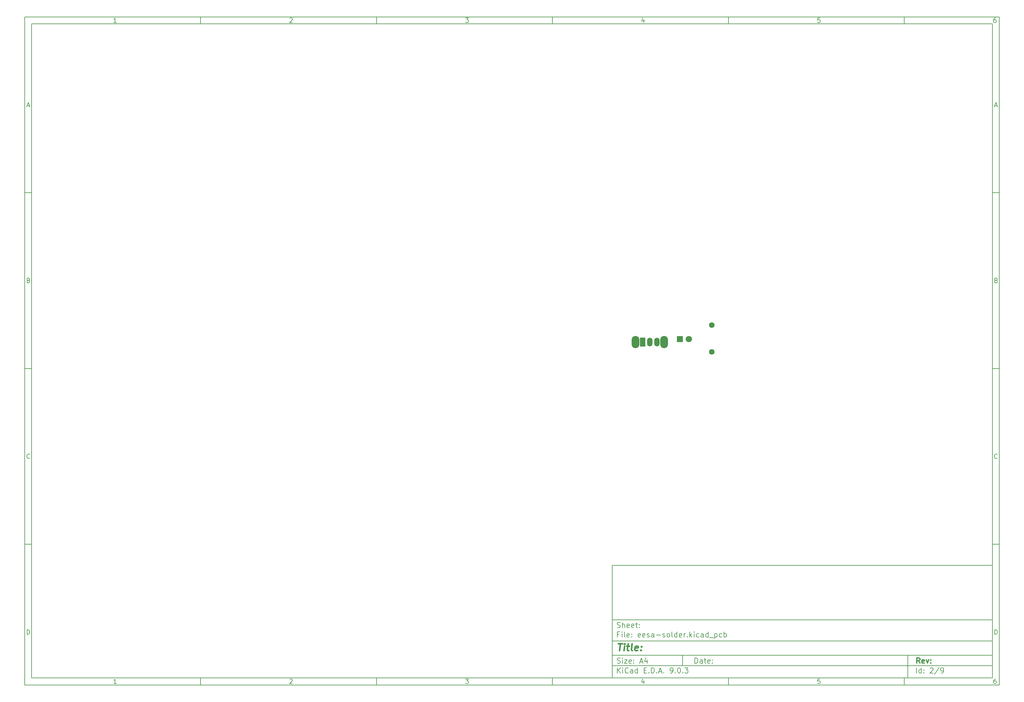
<source format=gbr>
%TF.GenerationSoftware,KiCad,Pcbnew,9.0.3*%
%TF.CreationDate,2025-07-28T16:08:29-05:00*%
%TF.ProjectId,eesa-solder,65657361-2d73-46f6-9c64-65722e6b6963,rev?*%
%TF.SameCoordinates,Original*%
%TF.FileFunction,Copper,L2,Bot*%
%TF.FilePolarity,Positive*%
%FSLAX46Y46*%
G04 Gerber Fmt 4.6, Leading zero omitted, Abs format (unit mm)*
G04 Created by KiCad (PCBNEW 9.0.3) date 2025-07-28 16:08:29*
%MOMM*%
%LPD*%
G01*
G04 APERTURE LIST*
%ADD10C,0.100000*%
%ADD11C,0.150000*%
%ADD12C,0.300000*%
%ADD13C,0.400000*%
%TA.AperFunction,ComponentPad*%
%ADD14C,1.600000*%
%TD*%
%TA.AperFunction,ComponentPad*%
%ADD15R,1.800000X1.800000*%
%TD*%
%TA.AperFunction,ComponentPad*%
%ADD16C,1.800000*%
%TD*%
%TA.AperFunction,ComponentPad*%
%ADD17O,2.200000X3.500000*%
%TD*%
%TA.AperFunction,ComponentPad*%
%ADD18R,1.500000X2.500000*%
%TD*%
%TA.AperFunction,ComponentPad*%
%ADD19O,1.500000X2.500000*%
%TD*%
G04 APERTURE END LIST*
D10*
D11*
X177002200Y-166007200D02*
X285002200Y-166007200D01*
X285002200Y-198007200D01*
X177002200Y-198007200D01*
X177002200Y-166007200D01*
D10*
D11*
X10000000Y-10000000D02*
X287002200Y-10000000D01*
X287002200Y-200007200D01*
X10000000Y-200007200D01*
X10000000Y-10000000D01*
D10*
D11*
X12000000Y-12000000D02*
X285002200Y-12000000D01*
X285002200Y-198007200D01*
X12000000Y-198007200D01*
X12000000Y-12000000D01*
D10*
D11*
X60000000Y-12000000D02*
X60000000Y-10000000D01*
D10*
D11*
X110000000Y-12000000D02*
X110000000Y-10000000D01*
D10*
D11*
X160000000Y-12000000D02*
X160000000Y-10000000D01*
D10*
D11*
X210000000Y-12000000D02*
X210000000Y-10000000D01*
D10*
D11*
X260000000Y-12000000D02*
X260000000Y-10000000D01*
D10*
D11*
X36089160Y-11593604D02*
X35346303Y-11593604D01*
X35717731Y-11593604D02*
X35717731Y-10293604D01*
X35717731Y-10293604D02*
X35593922Y-10479319D01*
X35593922Y-10479319D02*
X35470112Y-10603128D01*
X35470112Y-10603128D02*
X35346303Y-10665033D01*
D10*
D11*
X85346303Y-10417414D02*
X85408207Y-10355509D01*
X85408207Y-10355509D02*
X85532017Y-10293604D01*
X85532017Y-10293604D02*
X85841541Y-10293604D01*
X85841541Y-10293604D02*
X85965350Y-10355509D01*
X85965350Y-10355509D02*
X86027255Y-10417414D01*
X86027255Y-10417414D02*
X86089160Y-10541223D01*
X86089160Y-10541223D02*
X86089160Y-10665033D01*
X86089160Y-10665033D02*
X86027255Y-10850747D01*
X86027255Y-10850747D02*
X85284398Y-11593604D01*
X85284398Y-11593604D02*
X86089160Y-11593604D01*
D10*
D11*
X135284398Y-10293604D02*
X136089160Y-10293604D01*
X136089160Y-10293604D02*
X135655826Y-10788842D01*
X135655826Y-10788842D02*
X135841541Y-10788842D01*
X135841541Y-10788842D02*
X135965350Y-10850747D01*
X135965350Y-10850747D02*
X136027255Y-10912652D01*
X136027255Y-10912652D02*
X136089160Y-11036461D01*
X136089160Y-11036461D02*
X136089160Y-11345985D01*
X136089160Y-11345985D02*
X136027255Y-11469795D01*
X136027255Y-11469795D02*
X135965350Y-11531700D01*
X135965350Y-11531700D02*
X135841541Y-11593604D01*
X135841541Y-11593604D02*
X135470112Y-11593604D01*
X135470112Y-11593604D02*
X135346303Y-11531700D01*
X135346303Y-11531700D02*
X135284398Y-11469795D01*
D10*
D11*
X185965350Y-10726938D02*
X185965350Y-11593604D01*
X185655826Y-10231700D02*
X185346303Y-11160271D01*
X185346303Y-11160271D02*
X186151064Y-11160271D01*
D10*
D11*
X236027255Y-10293604D02*
X235408207Y-10293604D01*
X235408207Y-10293604D02*
X235346303Y-10912652D01*
X235346303Y-10912652D02*
X235408207Y-10850747D01*
X235408207Y-10850747D02*
X235532017Y-10788842D01*
X235532017Y-10788842D02*
X235841541Y-10788842D01*
X235841541Y-10788842D02*
X235965350Y-10850747D01*
X235965350Y-10850747D02*
X236027255Y-10912652D01*
X236027255Y-10912652D02*
X236089160Y-11036461D01*
X236089160Y-11036461D02*
X236089160Y-11345985D01*
X236089160Y-11345985D02*
X236027255Y-11469795D01*
X236027255Y-11469795D02*
X235965350Y-11531700D01*
X235965350Y-11531700D02*
X235841541Y-11593604D01*
X235841541Y-11593604D02*
X235532017Y-11593604D01*
X235532017Y-11593604D02*
X235408207Y-11531700D01*
X235408207Y-11531700D02*
X235346303Y-11469795D01*
D10*
D11*
X285965350Y-10293604D02*
X285717731Y-10293604D01*
X285717731Y-10293604D02*
X285593922Y-10355509D01*
X285593922Y-10355509D02*
X285532017Y-10417414D01*
X285532017Y-10417414D02*
X285408207Y-10603128D01*
X285408207Y-10603128D02*
X285346303Y-10850747D01*
X285346303Y-10850747D02*
X285346303Y-11345985D01*
X285346303Y-11345985D02*
X285408207Y-11469795D01*
X285408207Y-11469795D02*
X285470112Y-11531700D01*
X285470112Y-11531700D02*
X285593922Y-11593604D01*
X285593922Y-11593604D02*
X285841541Y-11593604D01*
X285841541Y-11593604D02*
X285965350Y-11531700D01*
X285965350Y-11531700D02*
X286027255Y-11469795D01*
X286027255Y-11469795D02*
X286089160Y-11345985D01*
X286089160Y-11345985D02*
X286089160Y-11036461D01*
X286089160Y-11036461D02*
X286027255Y-10912652D01*
X286027255Y-10912652D02*
X285965350Y-10850747D01*
X285965350Y-10850747D02*
X285841541Y-10788842D01*
X285841541Y-10788842D02*
X285593922Y-10788842D01*
X285593922Y-10788842D02*
X285470112Y-10850747D01*
X285470112Y-10850747D02*
X285408207Y-10912652D01*
X285408207Y-10912652D02*
X285346303Y-11036461D01*
D10*
D11*
X60000000Y-198007200D02*
X60000000Y-200007200D01*
D10*
D11*
X110000000Y-198007200D02*
X110000000Y-200007200D01*
D10*
D11*
X160000000Y-198007200D02*
X160000000Y-200007200D01*
D10*
D11*
X210000000Y-198007200D02*
X210000000Y-200007200D01*
D10*
D11*
X260000000Y-198007200D02*
X260000000Y-200007200D01*
D10*
D11*
X36089160Y-199600804D02*
X35346303Y-199600804D01*
X35717731Y-199600804D02*
X35717731Y-198300804D01*
X35717731Y-198300804D02*
X35593922Y-198486519D01*
X35593922Y-198486519D02*
X35470112Y-198610328D01*
X35470112Y-198610328D02*
X35346303Y-198672233D01*
D10*
D11*
X85346303Y-198424614D02*
X85408207Y-198362709D01*
X85408207Y-198362709D02*
X85532017Y-198300804D01*
X85532017Y-198300804D02*
X85841541Y-198300804D01*
X85841541Y-198300804D02*
X85965350Y-198362709D01*
X85965350Y-198362709D02*
X86027255Y-198424614D01*
X86027255Y-198424614D02*
X86089160Y-198548423D01*
X86089160Y-198548423D02*
X86089160Y-198672233D01*
X86089160Y-198672233D02*
X86027255Y-198857947D01*
X86027255Y-198857947D02*
X85284398Y-199600804D01*
X85284398Y-199600804D02*
X86089160Y-199600804D01*
D10*
D11*
X135284398Y-198300804D02*
X136089160Y-198300804D01*
X136089160Y-198300804D02*
X135655826Y-198796042D01*
X135655826Y-198796042D02*
X135841541Y-198796042D01*
X135841541Y-198796042D02*
X135965350Y-198857947D01*
X135965350Y-198857947D02*
X136027255Y-198919852D01*
X136027255Y-198919852D02*
X136089160Y-199043661D01*
X136089160Y-199043661D02*
X136089160Y-199353185D01*
X136089160Y-199353185D02*
X136027255Y-199476995D01*
X136027255Y-199476995D02*
X135965350Y-199538900D01*
X135965350Y-199538900D02*
X135841541Y-199600804D01*
X135841541Y-199600804D02*
X135470112Y-199600804D01*
X135470112Y-199600804D02*
X135346303Y-199538900D01*
X135346303Y-199538900D02*
X135284398Y-199476995D01*
D10*
D11*
X185965350Y-198734138D02*
X185965350Y-199600804D01*
X185655826Y-198238900D02*
X185346303Y-199167471D01*
X185346303Y-199167471D02*
X186151064Y-199167471D01*
D10*
D11*
X236027255Y-198300804D02*
X235408207Y-198300804D01*
X235408207Y-198300804D02*
X235346303Y-198919852D01*
X235346303Y-198919852D02*
X235408207Y-198857947D01*
X235408207Y-198857947D02*
X235532017Y-198796042D01*
X235532017Y-198796042D02*
X235841541Y-198796042D01*
X235841541Y-198796042D02*
X235965350Y-198857947D01*
X235965350Y-198857947D02*
X236027255Y-198919852D01*
X236027255Y-198919852D02*
X236089160Y-199043661D01*
X236089160Y-199043661D02*
X236089160Y-199353185D01*
X236089160Y-199353185D02*
X236027255Y-199476995D01*
X236027255Y-199476995D02*
X235965350Y-199538900D01*
X235965350Y-199538900D02*
X235841541Y-199600804D01*
X235841541Y-199600804D02*
X235532017Y-199600804D01*
X235532017Y-199600804D02*
X235408207Y-199538900D01*
X235408207Y-199538900D02*
X235346303Y-199476995D01*
D10*
D11*
X285965350Y-198300804D02*
X285717731Y-198300804D01*
X285717731Y-198300804D02*
X285593922Y-198362709D01*
X285593922Y-198362709D02*
X285532017Y-198424614D01*
X285532017Y-198424614D02*
X285408207Y-198610328D01*
X285408207Y-198610328D02*
X285346303Y-198857947D01*
X285346303Y-198857947D02*
X285346303Y-199353185D01*
X285346303Y-199353185D02*
X285408207Y-199476995D01*
X285408207Y-199476995D02*
X285470112Y-199538900D01*
X285470112Y-199538900D02*
X285593922Y-199600804D01*
X285593922Y-199600804D02*
X285841541Y-199600804D01*
X285841541Y-199600804D02*
X285965350Y-199538900D01*
X285965350Y-199538900D02*
X286027255Y-199476995D01*
X286027255Y-199476995D02*
X286089160Y-199353185D01*
X286089160Y-199353185D02*
X286089160Y-199043661D01*
X286089160Y-199043661D02*
X286027255Y-198919852D01*
X286027255Y-198919852D02*
X285965350Y-198857947D01*
X285965350Y-198857947D02*
X285841541Y-198796042D01*
X285841541Y-198796042D02*
X285593922Y-198796042D01*
X285593922Y-198796042D02*
X285470112Y-198857947D01*
X285470112Y-198857947D02*
X285408207Y-198919852D01*
X285408207Y-198919852D02*
X285346303Y-199043661D01*
D10*
D11*
X10000000Y-60000000D02*
X12000000Y-60000000D01*
D10*
D11*
X10000000Y-110000000D02*
X12000000Y-110000000D01*
D10*
D11*
X10000000Y-160000000D02*
X12000000Y-160000000D01*
D10*
D11*
X10690476Y-35222176D02*
X11309523Y-35222176D01*
X10566666Y-35593604D02*
X10999999Y-34293604D01*
X10999999Y-34293604D02*
X11433333Y-35593604D01*
D10*
D11*
X11092857Y-84912652D02*
X11278571Y-84974557D01*
X11278571Y-84974557D02*
X11340476Y-85036461D01*
X11340476Y-85036461D02*
X11402380Y-85160271D01*
X11402380Y-85160271D02*
X11402380Y-85345985D01*
X11402380Y-85345985D02*
X11340476Y-85469795D01*
X11340476Y-85469795D02*
X11278571Y-85531700D01*
X11278571Y-85531700D02*
X11154761Y-85593604D01*
X11154761Y-85593604D02*
X10659523Y-85593604D01*
X10659523Y-85593604D02*
X10659523Y-84293604D01*
X10659523Y-84293604D02*
X11092857Y-84293604D01*
X11092857Y-84293604D02*
X11216666Y-84355509D01*
X11216666Y-84355509D02*
X11278571Y-84417414D01*
X11278571Y-84417414D02*
X11340476Y-84541223D01*
X11340476Y-84541223D02*
X11340476Y-84665033D01*
X11340476Y-84665033D02*
X11278571Y-84788842D01*
X11278571Y-84788842D02*
X11216666Y-84850747D01*
X11216666Y-84850747D02*
X11092857Y-84912652D01*
X11092857Y-84912652D02*
X10659523Y-84912652D01*
D10*
D11*
X11402380Y-135469795D02*
X11340476Y-135531700D01*
X11340476Y-135531700D02*
X11154761Y-135593604D01*
X11154761Y-135593604D02*
X11030952Y-135593604D01*
X11030952Y-135593604D02*
X10845238Y-135531700D01*
X10845238Y-135531700D02*
X10721428Y-135407890D01*
X10721428Y-135407890D02*
X10659523Y-135284080D01*
X10659523Y-135284080D02*
X10597619Y-135036461D01*
X10597619Y-135036461D02*
X10597619Y-134850747D01*
X10597619Y-134850747D02*
X10659523Y-134603128D01*
X10659523Y-134603128D02*
X10721428Y-134479319D01*
X10721428Y-134479319D02*
X10845238Y-134355509D01*
X10845238Y-134355509D02*
X11030952Y-134293604D01*
X11030952Y-134293604D02*
X11154761Y-134293604D01*
X11154761Y-134293604D02*
X11340476Y-134355509D01*
X11340476Y-134355509D02*
X11402380Y-134417414D01*
D10*
D11*
X10659523Y-185593604D02*
X10659523Y-184293604D01*
X10659523Y-184293604D02*
X10969047Y-184293604D01*
X10969047Y-184293604D02*
X11154761Y-184355509D01*
X11154761Y-184355509D02*
X11278571Y-184479319D01*
X11278571Y-184479319D02*
X11340476Y-184603128D01*
X11340476Y-184603128D02*
X11402380Y-184850747D01*
X11402380Y-184850747D02*
X11402380Y-185036461D01*
X11402380Y-185036461D02*
X11340476Y-185284080D01*
X11340476Y-185284080D02*
X11278571Y-185407890D01*
X11278571Y-185407890D02*
X11154761Y-185531700D01*
X11154761Y-185531700D02*
X10969047Y-185593604D01*
X10969047Y-185593604D02*
X10659523Y-185593604D01*
D10*
D11*
X287002200Y-60000000D02*
X285002200Y-60000000D01*
D10*
D11*
X287002200Y-110000000D02*
X285002200Y-110000000D01*
D10*
D11*
X287002200Y-160000000D02*
X285002200Y-160000000D01*
D10*
D11*
X285692676Y-35222176D02*
X286311723Y-35222176D01*
X285568866Y-35593604D02*
X286002199Y-34293604D01*
X286002199Y-34293604D02*
X286435533Y-35593604D01*
D10*
D11*
X286095057Y-84912652D02*
X286280771Y-84974557D01*
X286280771Y-84974557D02*
X286342676Y-85036461D01*
X286342676Y-85036461D02*
X286404580Y-85160271D01*
X286404580Y-85160271D02*
X286404580Y-85345985D01*
X286404580Y-85345985D02*
X286342676Y-85469795D01*
X286342676Y-85469795D02*
X286280771Y-85531700D01*
X286280771Y-85531700D02*
X286156961Y-85593604D01*
X286156961Y-85593604D02*
X285661723Y-85593604D01*
X285661723Y-85593604D02*
X285661723Y-84293604D01*
X285661723Y-84293604D02*
X286095057Y-84293604D01*
X286095057Y-84293604D02*
X286218866Y-84355509D01*
X286218866Y-84355509D02*
X286280771Y-84417414D01*
X286280771Y-84417414D02*
X286342676Y-84541223D01*
X286342676Y-84541223D02*
X286342676Y-84665033D01*
X286342676Y-84665033D02*
X286280771Y-84788842D01*
X286280771Y-84788842D02*
X286218866Y-84850747D01*
X286218866Y-84850747D02*
X286095057Y-84912652D01*
X286095057Y-84912652D02*
X285661723Y-84912652D01*
D10*
D11*
X286404580Y-135469795D02*
X286342676Y-135531700D01*
X286342676Y-135531700D02*
X286156961Y-135593604D01*
X286156961Y-135593604D02*
X286033152Y-135593604D01*
X286033152Y-135593604D02*
X285847438Y-135531700D01*
X285847438Y-135531700D02*
X285723628Y-135407890D01*
X285723628Y-135407890D02*
X285661723Y-135284080D01*
X285661723Y-135284080D02*
X285599819Y-135036461D01*
X285599819Y-135036461D02*
X285599819Y-134850747D01*
X285599819Y-134850747D02*
X285661723Y-134603128D01*
X285661723Y-134603128D02*
X285723628Y-134479319D01*
X285723628Y-134479319D02*
X285847438Y-134355509D01*
X285847438Y-134355509D02*
X286033152Y-134293604D01*
X286033152Y-134293604D02*
X286156961Y-134293604D01*
X286156961Y-134293604D02*
X286342676Y-134355509D01*
X286342676Y-134355509D02*
X286404580Y-134417414D01*
D10*
D11*
X285661723Y-185593604D02*
X285661723Y-184293604D01*
X285661723Y-184293604D02*
X285971247Y-184293604D01*
X285971247Y-184293604D02*
X286156961Y-184355509D01*
X286156961Y-184355509D02*
X286280771Y-184479319D01*
X286280771Y-184479319D02*
X286342676Y-184603128D01*
X286342676Y-184603128D02*
X286404580Y-184850747D01*
X286404580Y-184850747D02*
X286404580Y-185036461D01*
X286404580Y-185036461D02*
X286342676Y-185284080D01*
X286342676Y-185284080D02*
X286280771Y-185407890D01*
X286280771Y-185407890D02*
X286156961Y-185531700D01*
X286156961Y-185531700D02*
X285971247Y-185593604D01*
X285971247Y-185593604D02*
X285661723Y-185593604D01*
D10*
D11*
X200458026Y-193793328D02*
X200458026Y-192293328D01*
X200458026Y-192293328D02*
X200815169Y-192293328D01*
X200815169Y-192293328D02*
X201029455Y-192364757D01*
X201029455Y-192364757D02*
X201172312Y-192507614D01*
X201172312Y-192507614D02*
X201243741Y-192650471D01*
X201243741Y-192650471D02*
X201315169Y-192936185D01*
X201315169Y-192936185D02*
X201315169Y-193150471D01*
X201315169Y-193150471D02*
X201243741Y-193436185D01*
X201243741Y-193436185D02*
X201172312Y-193579042D01*
X201172312Y-193579042D02*
X201029455Y-193721900D01*
X201029455Y-193721900D02*
X200815169Y-193793328D01*
X200815169Y-193793328D02*
X200458026Y-193793328D01*
X202600884Y-193793328D02*
X202600884Y-193007614D01*
X202600884Y-193007614D02*
X202529455Y-192864757D01*
X202529455Y-192864757D02*
X202386598Y-192793328D01*
X202386598Y-192793328D02*
X202100884Y-192793328D01*
X202100884Y-192793328D02*
X201958026Y-192864757D01*
X202600884Y-193721900D02*
X202458026Y-193793328D01*
X202458026Y-193793328D02*
X202100884Y-193793328D01*
X202100884Y-193793328D02*
X201958026Y-193721900D01*
X201958026Y-193721900D02*
X201886598Y-193579042D01*
X201886598Y-193579042D02*
X201886598Y-193436185D01*
X201886598Y-193436185D02*
X201958026Y-193293328D01*
X201958026Y-193293328D02*
X202100884Y-193221900D01*
X202100884Y-193221900D02*
X202458026Y-193221900D01*
X202458026Y-193221900D02*
X202600884Y-193150471D01*
X203100884Y-192793328D02*
X203672312Y-192793328D01*
X203315169Y-192293328D02*
X203315169Y-193579042D01*
X203315169Y-193579042D02*
X203386598Y-193721900D01*
X203386598Y-193721900D02*
X203529455Y-193793328D01*
X203529455Y-193793328D02*
X203672312Y-193793328D01*
X204743741Y-193721900D02*
X204600884Y-193793328D01*
X204600884Y-193793328D02*
X204315170Y-193793328D01*
X204315170Y-193793328D02*
X204172312Y-193721900D01*
X204172312Y-193721900D02*
X204100884Y-193579042D01*
X204100884Y-193579042D02*
X204100884Y-193007614D01*
X204100884Y-193007614D02*
X204172312Y-192864757D01*
X204172312Y-192864757D02*
X204315170Y-192793328D01*
X204315170Y-192793328D02*
X204600884Y-192793328D01*
X204600884Y-192793328D02*
X204743741Y-192864757D01*
X204743741Y-192864757D02*
X204815170Y-193007614D01*
X204815170Y-193007614D02*
X204815170Y-193150471D01*
X204815170Y-193150471D02*
X204100884Y-193293328D01*
X205458026Y-193650471D02*
X205529455Y-193721900D01*
X205529455Y-193721900D02*
X205458026Y-193793328D01*
X205458026Y-193793328D02*
X205386598Y-193721900D01*
X205386598Y-193721900D02*
X205458026Y-193650471D01*
X205458026Y-193650471D02*
X205458026Y-193793328D01*
X205458026Y-192864757D02*
X205529455Y-192936185D01*
X205529455Y-192936185D02*
X205458026Y-193007614D01*
X205458026Y-193007614D02*
X205386598Y-192936185D01*
X205386598Y-192936185D02*
X205458026Y-192864757D01*
X205458026Y-192864757D02*
X205458026Y-193007614D01*
D10*
D11*
X177002200Y-194507200D02*
X285002200Y-194507200D01*
D10*
D11*
X178458026Y-196593328D02*
X178458026Y-195093328D01*
X179315169Y-196593328D02*
X178672312Y-195736185D01*
X179315169Y-195093328D02*
X178458026Y-195950471D01*
X179958026Y-196593328D02*
X179958026Y-195593328D01*
X179958026Y-195093328D02*
X179886598Y-195164757D01*
X179886598Y-195164757D02*
X179958026Y-195236185D01*
X179958026Y-195236185D02*
X180029455Y-195164757D01*
X180029455Y-195164757D02*
X179958026Y-195093328D01*
X179958026Y-195093328D02*
X179958026Y-195236185D01*
X181529455Y-196450471D02*
X181458027Y-196521900D01*
X181458027Y-196521900D02*
X181243741Y-196593328D01*
X181243741Y-196593328D02*
X181100884Y-196593328D01*
X181100884Y-196593328D02*
X180886598Y-196521900D01*
X180886598Y-196521900D02*
X180743741Y-196379042D01*
X180743741Y-196379042D02*
X180672312Y-196236185D01*
X180672312Y-196236185D02*
X180600884Y-195950471D01*
X180600884Y-195950471D02*
X180600884Y-195736185D01*
X180600884Y-195736185D02*
X180672312Y-195450471D01*
X180672312Y-195450471D02*
X180743741Y-195307614D01*
X180743741Y-195307614D02*
X180886598Y-195164757D01*
X180886598Y-195164757D02*
X181100884Y-195093328D01*
X181100884Y-195093328D02*
X181243741Y-195093328D01*
X181243741Y-195093328D02*
X181458027Y-195164757D01*
X181458027Y-195164757D02*
X181529455Y-195236185D01*
X182815170Y-196593328D02*
X182815170Y-195807614D01*
X182815170Y-195807614D02*
X182743741Y-195664757D01*
X182743741Y-195664757D02*
X182600884Y-195593328D01*
X182600884Y-195593328D02*
X182315170Y-195593328D01*
X182315170Y-195593328D02*
X182172312Y-195664757D01*
X182815170Y-196521900D02*
X182672312Y-196593328D01*
X182672312Y-196593328D02*
X182315170Y-196593328D01*
X182315170Y-196593328D02*
X182172312Y-196521900D01*
X182172312Y-196521900D02*
X182100884Y-196379042D01*
X182100884Y-196379042D02*
X182100884Y-196236185D01*
X182100884Y-196236185D02*
X182172312Y-196093328D01*
X182172312Y-196093328D02*
X182315170Y-196021900D01*
X182315170Y-196021900D02*
X182672312Y-196021900D01*
X182672312Y-196021900D02*
X182815170Y-195950471D01*
X184172313Y-196593328D02*
X184172313Y-195093328D01*
X184172313Y-196521900D02*
X184029455Y-196593328D01*
X184029455Y-196593328D02*
X183743741Y-196593328D01*
X183743741Y-196593328D02*
X183600884Y-196521900D01*
X183600884Y-196521900D02*
X183529455Y-196450471D01*
X183529455Y-196450471D02*
X183458027Y-196307614D01*
X183458027Y-196307614D02*
X183458027Y-195879042D01*
X183458027Y-195879042D02*
X183529455Y-195736185D01*
X183529455Y-195736185D02*
X183600884Y-195664757D01*
X183600884Y-195664757D02*
X183743741Y-195593328D01*
X183743741Y-195593328D02*
X184029455Y-195593328D01*
X184029455Y-195593328D02*
X184172313Y-195664757D01*
X186029455Y-195807614D02*
X186529455Y-195807614D01*
X186743741Y-196593328D02*
X186029455Y-196593328D01*
X186029455Y-196593328D02*
X186029455Y-195093328D01*
X186029455Y-195093328D02*
X186743741Y-195093328D01*
X187386598Y-196450471D02*
X187458027Y-196521900D01*
X187458027Y-196521900D02*
X187386598Y-196593328D01*
X187386598Y-196593328D02*
X187315170Y-196521900D01*
X187315170Y-196521900D02*
X187386598Y-196450471D01*
X187386598Y-196450471D02*
X187386598Y-196593328D01*
X188100884Y-196593328D02*
X188100884Y-195093328D01*
X188100884Y-195093328D02*
X188458027Y-195093328D01*
X188458027Y-195093328D02*
X188672313Y-195164757D01*
X188672313Y-195164757D02*
X188815170Y-195307614D01*
X188815170Y-195307614D02*
X188886599Y-195450471D01*
X188886599Y-195450471D02*
X188958027Y-195736185D01*
X188958027Y-195736185D02*
X188958027Y-195950471D01*
X188958027Y-195950471D02*
X188886599Y-196236185D01*
X188886599Y-196236185D02*
X188815170Y-196379042D01*
X188815170Y-196379042D02*
X188672313Y-196521900D01*
X188672313Y-196521900D02*
X188458027Y-196593328D01*
X188458027Y-196593328D02*
X188100884Y-196593328D01*
X189600884Y-196450471D02*
X189672313Y-196521900D01*
X189672313Y-196521900D02*
X189600884Y-196593328D01*
X189600884Y-196593328D02*
X189529456Y-196521900D01*
X189529456Y-196521900D02*
X189600884Y-196450471D01*
X189600884Y-196450471D02*
X189600884Y-196593328D01*
X190243742Y-196164757D02*
X190958028Y-196164757D01*
X190100885Y-196593328D02*
X190600885Y-195093328D01*
X190600885Y-195093328D02*
X191100885Y-196593328D01*
X191600884Y-196450471D02*
X191672313Y-196521900D01*
X191672313Y-196521900D02*
X191600884Y-196593328D01*
X191600884Y-196593328D02*
X191529456Y-196521900D01*
X191529456Y-196521900D02*
X191600884Y-196450471D01*
X191600884Y-196450471D02*
X191600884Y-196593328D01*
X193529456Y-196593328D02*
X193815170Y-196593328D01*
X193815170Y-196593328D02*
X193958027Y-196521900D01*
X193958027Y-196521900D02*
X194029456Y-196450471D01*
X194029456Y-196450471D02*
X194172313Y-196236185D01*
X194172313Y-196236185D02*
X194243742Y-195950471D01*
X194243742Y-195950471D02*
X194243742Y-195379042D01*
X194243742Y-195379042D02*
X194172313Y-195236185D01*
X194172313Y-195236185D02*
X194100885Y-195164757D01*
X194100885Y-195164757D02*
X193958027Y-195093328D01*
X193958027Y-195093328D02*
X193672313Y-195093328D01*
X193672313Y-195093328D02*
X193529456Y-195164757D01*
X193529456Y-195164757D02*
X193458027Y-195236185D01*
X193458027Y-195236185D02*
X193386599Y-195379042D01*
X193386599Y-195379042D02*
X193386599Y-195736185D01*
X193386599Y-195736185D02*
X193458027Y-195879042D01*
X193458027Y-195879042D02*
X193529456Y-195950471D01*
X193529456Y-195950471D02*
X193672313Y-196021900D01*
X193672313Y-196021900D02*
X193958027Y-196021900D01*
X193958027Y-196021900D02*
X194100885Y-195950471D01*
X194100885Y-195950471D02*
X194172313Y-195879042D01*
X194172313Y-195879042D02*
X194243742Y-195736185D01*
X194886598Y-196450471D02*
X194958027Y-196521900D01*
X194958027Y-196521900D02*
X194886598Y-196593328D01*
X194886598Y-196593328D02*
X194815170Y-196521900D01*
X194815170Y-196521900D02*
X194886598Y-196450471D01*
X194886598Y-196450471D02*
X194886598Y-196593328D01*
X195886599Y-195093328D02*
X196029456Y-195093328D01*
X196029456Y-195093328D02*
X196172313Y-195164757D01*
X196172313Y-195164757D02*
X196243742Y-195236185D01*
X196243742Y-195236185D02*
X196315170Y-195379042D01*
X196315170Y-195379042D02*
X196386599Y-195664757D01*
X196386599Y-195664757D02*
X196386599Y-196021900D01*
X196386599Y-196021900D02*
X196315170Y-196307614D01*
X196315170Y-196307614D02*
X196243742Y-196450471D01*
X196243742Y-196450471D02*
X196172313Y-196521900D01*
X196172313Y-196521900D02*
X196029456Y-196593328D01*
X196029456Y-196593328D02*
X195886599Y-196593328D01*
X195886599Y-196593328D02*
X195743742Y-196521900D01*
X195743742Y-196521900D02*
X195672313Y-196450471D01*
X195672313Y-196450471D02*
X195600884Y-196307614D01*
X195600884Y-196307614D02*
X195529456Y-196021900D01*
X195529456Y-196021900D02*
X195529456Y-195664757D01*
X195529456Y-195664757D02*
X195600884Y-195379042D01*
X195600884Y-195379042D02*
X195672313Y-195236185D01*
X195672313Y-195236185D02*
X195743742Y-195164757D01*
X195743742Y-195164757D02*
X195886599Y-195093328D01*
X197029455Y-196450471D02*
X197100884Y-196521900D01*
X197100884Y-196521900D02*
X197029455Y-196593328D01*
X197029455Y-196593328D02*
X196958027Y-196521900D01*
X196958027Y-196521900D02*
X197029455Y-196450471D01*
X197029455Y-196450471D02*
X197029455Y-196593328D01*
X197600884Y-195093328D02*
X198529456Y-195093328D01*
X198529456Y-195093328D02*
X198029456Y-195664757D01*
X198029456Y-195664757D02*
X198243741Y-195664757D01*
X198243741Y-195664757D02*
X198386599Y-195736185D01*
X198386599Y-195736185D02*
X198458027Y-195807614D01*
X198458027Y-195807614D02*
X198529456Y-195950471D01*
X198529456Y-195950471D02*
X198529456Y-196307614D01*
X198529456Y-196307614D02*
X198458027Y-196450471D01*
X198458027Y-196450471D02*
X198386599Y-196521900D01*
X198386599Y-196521900D02*
X198243741Y-196593328D01*
X198243741Y-196593328D02*
X197815170Y-196593328D01*
X197815170Y-196593328D02*
X197672313Y-196521900D01*
X197672313Y-196521900D02*
X197600884Y-196450471D01*
D10*
D11*
X177002200Y-191507200D02*
X285002200Y-191507200D01*
D10*
D12*
X264413853Y-193785528D02*
X263913853Y-193071242D01*
X263556710Y-193785528D02*
X263556710Y-192285528D01*
X263556710Y-192285528D02*
X264128139Y-192285528D01*
X264128139Y-192285528D02*
X264270996Y-192356957D01*
X264270996Y-192356957D02*
X264342425Y-192428385D01*
X264342425Y-192428385D02*
X264413853Y-192571242D01*
X264413853Y-192571242D02*
X264413853Y-192785528D01*
X264413853Y-192785528D02*
X264342425Y-192928385D01*
X264342425Y-192928385D02*
X264270996Y-192999814D01*
X264270996Y-192999814D02*
X264128139Y-193071242D01*
X264128139Y-193071242D02*
X263556710Y-193071242D01*
X265628139Y-193714100D02*
X265485282Y-193785528D01*
X265485282Y-193785528D02*
X265199568Y-193785528D01*
X265199568Y-193785528D02*
X265056710Y-193714100D01*
X265056710Y-193714100D02*
X264985282Y-193571242D01*
X264985282Y-193571242D02*
X264985282Y-192999814D01*
X264985282Y-192999814D02*
X265056710Y-192856957D01*
X265056710Y-192856957D02*
X265199568Y-192785528D01*
X265199568Y-192785528D02*
X265485282Y-192785528D01*
X265485282Y-192785528D02*
X265628139Y-192856957D01*
X265628139Y-192856957D02*
X265699568Y-192999814D01*
X265699568Y-192999814D02*
X265699568Y-193142671D01*
X265699568Y-193142671D02*
X264985282Y-193285528D01*
X266199567Y-192785528D02*
X266556710Y-193785528D01*
X266556710Y-193785528D02*
X266913853Y-192785528D01*
X267485281Y-193642671D02*
X267556710Y-193714100D01*
X267556710Y-193714100D02*
X267485281Y-193785528D01*
X267485281Y-193785528D02*
X267413853Y-193714100D01*
X267413853Y-193714100D02*
X267485281Y-193642671D01*
X267485281Y-193642671D02*
X267485281Y-193785528D01*
X267485281Y-192856957D02*
X267556710Y-192928385D01*
X267556710Y-192928385D02*
X267485281Y-192999814D01*
X267485281Y-192999814D02*
X267413853Y-192928385D01*
X267413853Y-192928385D02*
X267485281Y-192856957D01*
X267485281Y-192856957D02*
X267485281Y-192999814D01*
D10*
D11*
X178386598Y-193721900D02*
X178600884Y-193793328D01*
X178600884Y-193793328D02*
X178958026Y-193793328D01*
X178958026Y-193793328D02*
X179100884Y-193721900D01*
X179100884Y-193721900D02*
X179172312Y-193650471D01*
X179172312Y-193650471D02*
X179243741Y-193507614D01*
X179243741Y-193507614D02*
X179243741Y-193364757D01*
X179243741Y-193364757D02*
X179172312Y-193221900D01*
X179172312Y-193221900D02*
X179100884Y-193150471D01*
X179100884Y-193150471D02*
X178958026Y-193079042D01*
X178958026Y-193079042D02*
X178672312Y-193007614D01*
X178672312Y-193007614D02*
X178529455Y-192936185D01*
X178529455Y-192936185D02*
X178458026Y-192864757D01*
X178458026Y-192864757D02*
X178386598Y-192721900D01*
X178386598Y-192721900D02*
X178386598Y-192579042D01*
X178386598Y-192579042D02*
X178458026Y-192436185D01*
X178458026Y-192436185D02*
X178529455Y-192364757D01*
X178529455Y-192364757D02*
X178672312Y-192293328D01*
X178672312Y-192293328D02*
X179029455Y-192293328D01*
X179029455Y-192293328D02*
X179243741Y-192364757D01*
X179886597Y-193793328D02*
X179886597Y-192793328D01*
X179886597Y-192293328D02*
X179815169Y-192364757D01*
X179815169Y-192364757D02*
X179886597Y-192436185D01*
X179886597Y-192436185D02*
X179958026Y-192364757D01*
X179958026Y-192364757D02*
X179886597Y-192293328D01*
X179886597Y-192293328D02*
X179886597Y-192436185D01*
X180458026Y-192793328D02*
X181243741Y-192793328D01*
X181243741Y-192793328D02*
X180458026Y-193793328D01*
X180458026Y-193793328D02*
X181243741Y-193793328D01*
X182386598Y-193721900D02*
X182243741Y-193793328D01*
X182243741Y-193793328D02*
X181958027Y-193793328D01*
X181958027Y-193793328D02*
X181815169Y-193721900D01*
X181815169Y-193721900D02*
X181743741Y-193579042D01*
X181743741Y-193579042D02*
X181743741Y-193007614D01*
X181743741Y-193007614D02*
X181815169Y-192864757D01*
X181815169Y-192864757D02*
X181958027Y-192793328D01*
X181958027Y-192793328D02*
X182243741Y-192793328D01*
X182243741Y-192793328D02*
X182386598Y-192864757D01*
X182386598Y-192864757D02*
X182458027Y-193007614D01*
X182458027Y-193007614D02*
X182458027Y-193150471D01*
X182458027Y-193150471D02*
X181743741Y-193293328D01*
X183100883Y-193650471D02*
X183172312Y-193721900D01*
X183172312Y-193721900D02*
X183100883Y-193793328D01*
X183100883Y-193793328D02*
X183029455Y-193721900D01*
X183029455Y-193721900D02*
X183100883Y-193650471D01*
X183100883Y-193650471D02*
X183100883Y-193793328D01*
X183100883Y-192864757D02*
X183172312Y-192936185D01*
X183172312Y-192936185D02*
X183100883Y-193007614D01*
X183100883Y-193007614D02*
X183029455Y-192936185D01*
X183029455Y-192936185D02*
X183100883Y-192864757D01*
X183100883Y-192864757D02*
X183100883Y-193007614D01*
X184886598Y-193364757D02*
X185600884Y-193364757D01*
X184743741Y-193793328D02*
X185243741Y-192293328D01*
X185243741Y-192293328D02*
X185743741Y-193793328D01*
X186886598Y-192793328D02*
X186886598Y-193793328D01*
X186529455Y-192221900D02*
X186172312Y-193293328D01*
X186172312Y-193293328D02*
X187100883Y-193293328D01*
D10*
D11*
X263458026Y-196593328D02*
X263458026Y-195093328D01*
X264815170Y-196593328D02*
X264815170Y-195093328D01*
X264815170Y-196521900D02*
X264672312Y-196593328D01*
X264672312Y-196593328D02*
X264386598Y-196593328D01*
X264386598Y-196593328D02*
X264243741Y-196521900D01*
X264243741Y-196521900D02*
X264172312Y-196450471D01*
X264172312Y-196450471D02*
X264100884Y-196307614D01*
X264100884Y-196307614D02*
X264100884Y-195879042D01*
X264100884Y-195879042D02*
X264172312Y-195736185D01*
X264172312Y-195736185D02*
X264243741Y-195664757D01*
X264243741Y-195664757D02*
X264386598Y-195593328D01*
X264386598Y-195593328D02*
X264672312Y-195593328D01*
X264672312Y-195593328D02*
X264815170Y-195664757D01*
X265529455Y-196450471D02*
X265600884Y-196521900D01*
X265600884Y-196521900D02*
X265529455Y-196593328D01*
X265529455Y-196593328D02*
X265458027Y-196521900D01*
X265458027Y-196521900D02*
X265529455Y-196450471D01*
X265529455Y-196450471D02*
X265529455Y-196593328D01*
X265529455Y-195664757D02*
X265600884Y-195736185D01*
X265600884Y-195736185D02*
X265529455Y-195807614D01*
X265529455Y-195807614D02*
X265458027Y-195736185D01*
X265458027Y-195736185D02*
X265529455Y-195664757D01*
X265529455Y-195664757D02*
X265529455Y-195807614D01*
X267315170Y-195236185D02*
X267386598Y-195164757D01*
X267386598Y-195164757D02*
X267529456Y-195093328D01*
X267529456Y-195093328D02*
X267886598Y-195093328D01*
X267886598Y-195093328D02*
X268029456Y-195164757D01*
X268029456Y-195164757D02*
X268100884Y-195236185D01*
X268100884Y-195236185D02*
X268172313Y-195379042D01*
X268172313Y-195379042D02*
X268172313Y-195521900D01*
X268172313Y-195521900D02*
X268100884Y-195736185D01*
X268100884Y-195736185D02*
X267243741Y-196593328D01*
X267243741Y-196593328D02*
X268172313Y-196593328D01*
X269886598Y-195021900D02*
X268600884Y-196950471D01*
X270458027Y-196593328D02*
X270743741Y-196593328D01*
X270743741Y-196593328D02*
X270886598Y-196521900D01*
X270886598Y-196521900D02*
X270958027Y-196450471D01*
X270958027Y-196450471D02*
X271100884Y-196236185D01*
X271100884Y-196236185D02*
X271172313Y-195950471D01*
X271172313Y-195950471D02*
X271172313Y-195379042D01*
X271172313Y-195379042D02*
X271100884Y-195236185D01*
X271100884Y-195236185D02*
X271029456Y-195164757D01*
X271029456Y-195164757D02*
X270886598Y-195093328D01*
X270886598Y-195093328D02*
X270600884Y-195093328D01*
X270600884Y-195093328D02*
X270458027Y-195164757D01*
X270458027Y-195164757D02*
X270386598Y-195236185D01*
X270386598Y-195236185D02*
X270315170Y-195379042D01*
X270315170Y-195379042D02*
X270315170Y-195736185D01*
X270315170Y-195736185D02*
X270386598Y-195879042D01*
X270386598Y-195879042D02*
X270458027Y-195950471D01*
X270458027Y-195950471D02*
X270600884Y-196021900D01*
X270600884Y-196021900D02*
X270886598Y-196021900D01*
X270886598Y-196021900D02*
X271029456Y-195950471D01*
X271029456Y-195950471D02*
X271100884Y-195879042D01*
X271100884Y-195879042D02*
X271172313Y-195736185D01*
D10*
D11*
X177002200Y-187507200D02*
X285002200Y-187507200D01*
D10*
D13*
X178693928Y-188211638D02*
X179836785Y-188211638D01*
X179015357Y-190211638D02*
X179265357Y-188211638D01*
X180253452Y-190211638D02*
X180420119Y-188878304D01*
X180503452Y-188211638D02*
X180396309Y-188306876D01*
X180396309Y-188306876D02*
X180479643Y-188402114D01*
X180479643Y-188402114D02*
X180586786Y-188306876D01*
X180586786Y-188306876D02*
X180503452Y-188211638D01*
X180503452Y-188211638D02*
X180479643Y-188402114D01*
X181086786Y-188878304D02*
X181848690Y-188878304D01*
X181455833Y-188211638D02*
X181241548Y-189925923D01*
X181241548Y-189925923D02*
X181312976Y-190116400D01*
X181312976Y-190116400D02*
X181491548Y-190211638D01*
X181491548Y-190211638D02*
X181682024Y-190211638D01*
X182634405Y-190211638D02*
X182455833Y-190116400D01*
X182455833Y-190116400D02*
X182384405Y-189925923D01*
X182384405Y-189925923D02*
X182598690Y-188211638D01*
X184170119Y-190116400D02*
X183967738Y-190211638D01*
X183967738Y-190211638D02*
X183586785Y-190211638D01*
X183586785Y-190211638D02*
X183408214Y-190116400D01*
X183408214Y-190116400D02*
X183336785Y-189925923D01*
X183336785Y-189925923D02*
X183432024Y-189164019D01*
X183432024Y-189164019D02*
X183551071Y-188973542D01*
X183551071Y-188973542D02*
X183753452Y-188878304D01*
X183753452Y-188878304D02*
X184134404Y-188878304D01*
X184134404Y-188878304D02*
X184312976Y-188973542D01*
X184312976Y-188973542D02*
X184384404Y-189164019D01*
X184384404Y-189164019D02*
X184360595Y-189354495D01*
X184360595Y-189354495D02*
X183384404Y-189544971D01*
X185134405Y-190021161D02*
X185217738Y-190116400D01*
X185217738Y-190116400D02*
X185110595Y-190211638D01*
X185110595Y-190211638D02*
X185027262Y-190116400D01*
X185027262Y-190116400D02*
X185134405Y-190021161D01*
X185134405Y-190021161D02*
X185110595Y-190211638D01*
X185265357Y-188973542D02*
X185348690Y-189068780D01*
X185348690Y-189068780D02*
X185241548Y-189164019D01*
X185241548Y-189164019D02*
X185158214Y-189068780D01*
X185158214Y-189068780D02*
X185265357Y-188973542D01*
X185265357Y-188973542D02*
X185241548Y-189164019D01*
D10*
D11*
X178958026Y-185607614D02*
X178458026Y-185607614D01*
X178458026Y-186393328D02*
X178458026Y-184893328D01*
X178458026Y-184893328D02*
X179172312Y-184893328D01*
X179743740Y-186393328D02*
X179743740Y-185393328D01*
X179743740Y-184893328D02*
X179672312Y-184964757D01*
X179672312Y-184964757D02*
X179743740Y-185036185D01*
X179743740Y-185036185D02*
X179815169Y-184964757D01*
X179815169Y-184964757D02*
X179743740Y-184893328D01*
X179743740Y-184893328D02*
X179743740Y-185036185D01*
X180672312Y-186393328D02*
X180529455Y-186321900D01*
X180529455Y-186321900D02*
X180458026Y-186179042D01*
X180458026Y-186179042D02*
X180458026Y-184893328D01*
X181815169Y-186321900D02*
X181672312Y-186393328D01*
X181672312Y-186393328D02*
X181386598Y-186393328D01*
X181386598Y-186393328D02*
X181243740Y-186321900D01*
X181243740Y-186321900D02*
X181172312Y-186179042D01*
X181172312Y-186179042D02*
X181172312Y-185607614D01*
X181172312Y-185607614D02*
X181243740Y-185464757D01*
X181243740Y-185464757D02*
X181386598Y-185393328D01*
X181386598Y-185393328D02*
X181672312Y-185393328D01*
X181672312Y-185393328D02*
X181815169Y-185464757D01*
X181815169Y-185464757D02*
X181886598Y-185607614D01*
X181886598Y-185607614D02*
X181886598Y-185750471D01*
X181886598Y-185750471D02*
X181172312Y-185893328D01*
X182529454Y-186250471D02*
X182600883Y-186321900D01*
X182600883Y-186321900D02*
X182529454Y-186393328D01*
X182529454Y-186393328D02*
X182458026Y-186321900D01*
X182458026Y-186321900D02*
X182529454Y-186250471D01*
X182529454Y-186250471D02*
X182529454Y-186393328D01*
X182529454Y-185464757D02*
X182600883Y-185536185D01*
X182600883Y-185536185D02*
X182529454Y-185607614D01*
X182529454Y-185607614D02*
X182458026Y-185536185D01*
X182458026Y-185536185D02*
X182529454Y-185464757D01*
X182529454Y-185464757D02*
X182529454Y-185607614D01*
X184958026Y-186321900D02*
X184815169Y-186393328D01*
X184815169Y-186393328D02*
X184529455Y-186393328D01*
X184529455Y-186393328D02*
X184386597Y-186321900D01*
X184386597Y-186321900D02*
X184315169Y-186179042D01*
X184315169Y-186179042D02*
X184315169Y-185607614D01*
X184315169Y-185607614D02*
X184386597Y-185464757D01*
X184386597Y-185464757D02*
X184529455Y-185393328D01*
X184529455Y-185393328D02*
X184815169Y-185393328D01*
X184815169Y-185393328D02*
X184958026Y-185464757D01*
X184958026Y-185464757D02*
X185029455Y-185607614D01*
X185029455Y-185607614D02*
X185029455Y-185750471D01*
X185029455Y-185750471D02*
X184315169Y-185893328D01*
X186243740Y-186321900D02*
X186100883Y-186393328D01*
X186100883Y-186393328D02*
X185815169Y-186393328D01*
X185815169Y-186393328D02*
X185672311Y-186321900D01*
X185672311Y-186321900D02*
X185600883Y-186179042D01*
X185600883Y-186179042D02*
X185600883Y-185607614D01*
X185600883Y-185607614D02*
X185672311Y-185464757D01*
X185672311Y-185464757D02*
X185815169Y-185393328D01*
X185815169Y-185393328D02*
X186100883Y-185393328D01*
X186100883Y-185393328D02*
X186243740Y-185464757D01*
X186243740Y-185464757D02*
X186315169Y-185607614D01*
X186315169Y-185607614D02*
X186315169Y-185750471D01*
X186315169Y-185750471D02*
X185600883Y-185893328D01*
X186886597Y-186321900D02*
X187029454Y-186393328D01*
X187029454Y-186393328D02*
X187315168Y-186393328D01*
X187315168Y-186393328D02*
X187458025Y-186321900D01*
X187458025Y-186321900D02*
X187529454Y-186179042D01*
X187529454Y-186179042D02*
X187529454Y-186107614D01*
X187529454Y-186107614D02*
X187458025Y-185964757D01*
X187458025Y-185964757D02*
X187315168Y-185893328D01*
X187315168Y-185893328D02*
X187100883Y-185893328D01*
X187100883Y-185893328D02*
X186958025Y-185821900D01*
X186958025Y-185821900D02*
X186886597Y-185679042D01*
X186886597Y-185679042D02*
X186886597Y-185607614D01*
X186886597Y-185607614D02*
X186958025Y-185464757D01*
X186958025Y-185464757D02*
X187100883Y-185393328D01*
X187100883Y-185393328D02*
X187315168Y-185393328D01*
X187315168Y-185393328D02*
X187458025Y-185464757D01*
X188815169Y-186393328D02*
X188815169Y-185607614D01*
X188815169Y-185607614D02*
X188743740Y-185464757D01*
X188743740Y-185464757D02*
X188600883Y-185393328D01*
X188600883Y-185393328D02*
X188315169Y-185393328D01*
X188315169Y-185393328D02*
X188172311Y-185464757D01*
X188815169Y-186321900D02*
X188672311Y-186393328D01*
X188672311Y-186393328D02*
X188315169Y-186393328D01*
X188315169Y-186393328D02*
X188172311Y-186321900D01*
X188172311Y-186321900D02*
X188100883Y-186179042D01*
X188100883Y-186179042D02*
X188100883Y-186036185D01*
X188100883Y-186036185D02*
X188172311Y-185893328D01*
X188172311Y-185893328D02*
X188315169Y-185821900D01*
X188315169Y-185821900D02*
X188672311Y-185821900D01*
X188672311Y-185821900D02*
X188815169Y-185750471D01*
X189529454Y-185821900D02*
X190672312Y-185821900D01*
X191315169Y-186321900D02*
X191458026Y-186393328D01*
X191458026Y-186393328D02*
X191743740Y-186393328D01*
X191743740Y-186393328D02*
X191886597Y-186321900D01*
X191886597Y-186321900D02*
X191958026Y-186179042D01*
X191958026Y-186179042D02*
X191958026Y-186107614D01*
X191958026Y-186107614D02*
X191886597Y-185964757D01*
X191886597Y-185964757D02*
X191743740Y-185893328D01*
X191743740Y-185893328D02*
X191529455Y-185893328D01*
X191529455Y-185893328D02*
X191386597Y-185821900D01*
X191386597Y-185821900D02*
X191315169Y-185679042D01*
X191315169Y-185679042D02*
X191315169Y-185607614D01*
X191315169Y-185607614D02*
X191386597Y-185464757D01*
X191386597Y-185464757D02*
X191529455Y-185393328D01*
X191529455Y-185393328D02*
X191743740Y-185393328D01*
X191743740Y-185393328D02*
X191886597Y-185464757D01*
X192815169Y-186393328D02*
X192672312Y-186321900D01*
X192672312Y-186321900D02*
X192600883Y-186250471D01*
X192600883Y-186250471D02*
X192529455Y-186107614D01*
X192529455Y-186107614D02*
X192529455Y-185679042D01*
X192529455Y-185679042D02*
X192600883Y-185536185D01*
X192600883Y-185536185D02*
X192672312Y-185464757D01*
X192672312Y-185464757D02*
X192815169Y-185393328D01*
X192815169Y-185393328D02*
X193029455Y-185393328D01*
X193029455Y-185393328D02*
X193172312Y-185464757D01*
X193172312Y-185464757D02*
X193243741Y-185536185D01*
X193243741Y-185536185D02*
X193315169Y-185679042D01*
X193315169Y-185679042D02*
X193315169Y-186107614D01*
X193315169Y-186107614D02*
X193243741Y-186250471D01*
X193243741Y-186250471D02*
X193172312Y-186321900D01*
X193172312Y-186321900D02*
X193029455Y-186393328D01*
X193029455Y-186393328D02*
X192815169Y-186393328D01*
X194172312Y-186393328D02*
X194029455Y-186321900D01*
X194029455Y-186321900D02*
X193958026Y-186179042D01*
X193958026Y-186179042D02*
X193958026Y-184893328D01*
X195386598Y-186393328D02*
X195386598Y-184893328D01*
X195386598Y-186321900D02*
X195243740Y-186393328D01*
X195243740Y-186393328D02*
X194958026Y-186393328D01*
X194958026Y-186393328D02*
X194815169Y-186321900D01*
X194815169Y-186321900D02*
X194743740Y-186250471D01*
X194743740Y-186250471D02*
X194672312Y-186107614D01*
X194672312Y-186107614D02*
X194672312Y-185679042D01*
X194672312Y-185679042D02*
X194743740Y-185536185D01*
X194743740Y-185536185D02*
X194815169Y-185464757D01*
X194815169Y-185464757D02*
X194958026Y-185393328D01*
X194958026Y-185393328D02*
X195243740Y-185393328D01*
X195243740Y-185393328D02*
X195386598Y-185464757D01*
X196672312Y-186321900D02*
X196529455Y-186393328D01*
X196529455Y-186393328D02*
X196243741Y-186393328D01*
X196243741Y-186393328D02*
X196100883Y-186321900D01*
X196100883Y-186321900D02*
X196029455Y-186179042D01*
X196029455Y-186179042D02*
X196029455Y-185607614D01*
X196029455Y-185607614D02*
X196100883Y-185464757D01*
X196100883Y-185464757D02*
X196243741Y-185393328D01*
X196243741Y-185393328D02*
X196529455Y-185393328D01*
X196529455Y-185393328D02*
X196672312Y-185464757D01*
X196672312Y-185464757D02*
X196743741Y-185607614D01*
X196743741Y-185607614D02*
X196743741Y-185750471D01*
X196743741Y-185750471D02*
X196029455Y-185893328D01*
X197386597Y-186393328D02*
X197386597Y-185393328D01*
X197386597Y-185679042D02*
X197458026Y-185536185D01*
X197458026Y-185536185D02*
X197529455Y-185464757D01*
X197529455Y-185464757D02*
X197672312Y-185393328D01*
X197672312Y-185393328D02*
X197815169Y-185393328D01*
X198315168Y-186250471D02*
X198386597Y-186321900D01*
X198386597Y-186321900D02*
X198315168Y-186393328D01*
X198315168Y-186393328D02*
X198243740Y-186321900D01*
X198243740Y-186321900D02*
X198315168Y-186250471D01*
X198315168Y-186250471D02*
X198315168Y-186393328D01*
X199029454Y-186393328D02*
X199029454Y-184893328D01*
X199172312Y-185821900D02*
X199600883Y-186393328D01*
X199600883Y-185393328D02*
X199029454Y-185964757D01*
X200243740Y-186393328D02*
X200243740Y-185393328D01*
X200243740Y-184893328D02*
X200172312Y-184964757D01*
X200172312Y-184964757D02*
X200243740Y-185036185D01*
X200243740Y-185036185D02*
X200315169Y-184964757D01*
X200315169Y-184964757D02*
X200243740Y-184893328D01*
X200243740Y-184893328D02*
X200243740Y-185036185D01*
X201600884Y-186321900D02*
X201458026Y-186393328D01*
X201458026Y-186393328D02*
X201172312Y-186393328D01*
X201172312Y-186393328D02*
X201029455Y-186321900D01*
X201029455Y-186321900D02*
X200958026Y-186250471D01*
X200958026Y-186250471D02*
X200886598Y-186107614D01*
X200886598Y-186107614D02*
X200886598Y-185679042D01*
X200886598Y-185679042D02*
X200958026Y-185536185D01*
X200958026Y-185536185D02*
X201029455Y-185464757D01*
X201029455Y-185464757D02*
X201172312Y-185393328D01*
X201172312Y-185393328D02*
X201458026Y-185393328D01*
X201458026Y-185393328D02*
X201600884Y-185464757D01*
X202886598Y-186393328D02*
X202886598Y-185607614D01*
X202886598Y-185607614D02*
X202815169Y-185464757D01*
X202815169Y-185464757D02*
X202672312Y-185393328D01*
X202672312Y-185393328D02*
X202386598Y-185393328D01*
X202386598Y-185393328D02*
X202243740Y-185464757D01*
X202886598Y-186321900D02*
X202743740Y-186393328D01*
X202743740Y-186393328D02*
X202386598Y-186393328D01*
X202386598Y-186393328D02*
X202243740Y-186321900D01*
X202243740Y-186321900D02*
X202172312Y-186179042D01*
X202172312Y-186179042D02*
X202172312Y-186036185D01*
X202172312Y-186036185D02*
X202243740Y-185893328D01*
X202243740Y-185893328D02*
X202386598Y-185821900D01*
X202386598Y-185821900D02*
X202743740Y-185821900D01*
X202743740Y-185821900D02*
X202886598Y-185750471D01*
X204243741Y-186393328D02*
X204243741Y-184893328D01*
X204243741Y-186321900D02*
X204100883Y-186393328D01*
X204100883Y-186393328D02*
X203815169Y-186393328D01*
X203815169Y-186393328D02*
X203672312Y-186321900D01*
X203672312Y-186321900D02*
X203600883Y-186250471D01*
X203600883Y-186250471D02*
X203529455Y-186107614D01*
X203529455Y-186107614D02*
X203529455Y-185679042D01*
X203529455Y-185679042D02*
X203600883Y-185536185D01*
X203600883Y-185536185D02*
X203672312Y-185464757D01*
X203672312Y-185464757D02*
X203815169Y-185393328D01*
X203815169Y-185393328D02*
X204100883Y-185393328D01*
X204100883Y-185393328D02*
X204243741Y-185464757D01*
X204600884Y-186536185D02*
X205743741Y-186536185D01*
X206100883Y-185393328D02*
X206100883Y-186893328D01*
X206100883Y-185464757D02*
X206243741Y-185393328D01*
X206243741Y-185393328D02*
X206529455Y-185393328D01*
X206529455Y-185393328D02*
X206672312Y-185464757D01*
X206672312Y-185464757D02*
X206743741Y-185536185D01*
X206743741Y-185536185D02*
X206815169Y-185679042D01*
X206815169Y-185679042D02*
X206815169Y-186107614D01*
X206815169Y-186107614D02*
X206743741Y-186250471D01*
X206743741Y-186250471D02*
X206672312Y-186321900D01*
X206672312Y-186321900D02*
X206529455Y-186393328D01*
X206529455Y-186393328D02*
X206243741Y-186393328D01*
X206243741Y-186393328D02*
X206100883Y-186321900D01*
X208100884Y-186321900D02*
X207958026Y-186393328D01*
X207958026Y-186393328D02*
X207672312Y-186393328D01*
X207672312Y-186393328D02*
X207529455Y-186321900D01*
X207529455Y-186321900D02*
X207458026Y-186250471D01*
X207458026Y-186250471D02*
X207386598Y-186107614D01*
X207386598Y-186107614D02*
X207386598Y-185679042D01*
X207386598Y-185679042D02*
X207458026Y-185536185D01*
X207458026Y-185536185D02*
X207529455Y-185464757D01*
X207529455Y-185464757D02*
X207672312Y-185393328D01*
X207672312Y-185393328D02*
X207958026Y-185393328D01*
X207958026Y-185393328D02*
X208100884Y-185464757D01*
X208743740Y-186393328D02*
X208743740Y-184893328D01*
X208743740Y-185464757D02*
X208886598Y-185393328D01*
X208886598Y-185393328D02*
X209172312Y-185393328D01*
X209172312Y-185393328D02*
X209315169Y-185464757D01*
X209315169Y-185464757D02*
X209386598Y-185536185D01*
X209386598Y-185536185D02*
X209458026Y-185679042D01*
X209458026Y-185679042D02*
X209458026Y-186107614D01*
X209458026Y-186107614D02*
X209386598Y-186250471D01*
X209386598Y-186250471D02*
X209315169Y-186321900D01*
X209315169Y-186321900D02*
X209172312Y-186393328D01*
X209172312Y-186393328D02*
X208886598Y-186393328D01*
X208886598Y-186393328D02*
X208743740Y-186321900D01*
D10*
D11*
X177002200Y-181507200D02*
X285002200Y-181507200D01*
D10*
D11*
X178386598Y-183621900D02*
X178600884Y-183693328D01*
X178600884Y-183693328D02*
X178958026Y-183693328D01*
X178958026Y-183693328D02*
X179100884Y-183621900D01*
X179100884Y-183621900D02*
X179172312Y-183550471D01*
X179172312Y-183550471D02*
X179243741Y-183407614D01*
X179243741Y-183407614D02*
X179243741Y-183264757D01*
X179243741Y-183264757D02*
X179172312Y-183121900D01*
X179172312Y-183121900D02*
X179100884Y-183050471D01*
X179100884Y-183050471D02*
X178958026Y-182979042D01*
X178958026Y-182979042D02*
X178672312Y-182907614D01*
X178672312Y-182907614D02*
X178529455Y-182836185D01*
X178529455Y-182836185D02*
X178458026Y-182764757D01*
X178458026Y-182764757D02*
X178386598Y-182621900D01*
X178386598Y-182621900D02*
X178386598Y-182479042D01*
X178386598Y-182479042D02*
X178458026Y-182336185D01*
X178458026Y-182336185D02*
X178529455Y-182264757D01*
X178529455Y-182264757D02*
X178672312Y-182193328D01*
X178672312Y-182193328D02*
X179029455Y-182193328D01*
X179029455Y-182193328D02*
X179243741Y-182264757D01*
X179886597Y-183693328D02*
X179886597Y-182193328D01*
X180529455Y-183693328D02*
X180529455Y-182907614D01*
X180529455Y-182907614D02*
X180458026Y-182764757D01*
X180458026Y-182764757D02*
X180315169Y-182693328D01*
X180315169Y-182693328D02*
X180100883Y-182693328D01*
X180100883Y-182693328D02*
X179958026Y-182764757D01*
X179958026Y-182764757D02*
X179886597Y-182836185D01*
X181815169Y-183621900D02*
X181672312Y-183693328D01*
X181672312Y-183693328D02*
X181386598Y-183693328D01*
X181386598Y-183693328D02*
X181243740Y-183621900D01*
X181243740Y-183621900D02*
X181172312Y-183479042D01*
X181172312Y-183479042D02*
X181172312Y-182907614D01*
X181172312Y-182907614D02*
X181243740Y-182764757D01*
X181243740Y-182764757D02*
X181386598Y-182693328D01*
X181386598Y-182693328D02*
X181672312Y-182693328D01*
X181672312Y-182693328D02*
X181815169Y-182764757D01*
X181815169Y-182764757D02*
X181886598Y-182907614D01*
X181886598Y-182907614D02*
X181886598Y-183050471D01*
X181886598Y-183050471D02*
X181172312Y-183193328D01*
X183100883Y-183621900D02*
X182958026Y-183693328D01*
X182958026Y-183693328D02*
X182672312Y-183693328D01*
X182672312Y-183693328D02*
X182529454Y-183621900D01*
X182529454Y-183621900D02*
X182458026Y-183479042D01*
X182458026Y-183479042D02*
X182458026Y-182907614D01*
X182458026Y-182907614D02*
X182529454Y-182764757D01*
X182529454Y-182764757D02*
X182672312Y-182693328D01*
X182672312Y-182693328D02*
X182958026Y-182693328D01*
X182958026Y-182693328D02*
X183100883Y-182764757D01*
X183100883Y-182764757D02*
X183172312Y-182907614D01*
X183172312Y-182907614D02*
X183172312Y-183050471D01*
X183172312Y-183050471D02*
X182458026Y-183193328D01*
X183600883Y-182693328D02*
X184172311Y-182693328D01*
X183815168Y-182193328D02*
X183815168Y-183479042D01*
X183815168Y-183479042D02*
X183886597Y-183621900D01*
X183886597Y-183621900D02*
X184029454Y-183693328D01*
X184029454Y-183693328D02*
X184172311Y-183693328D01*
X184672311Y-183550471D02*
X184743740Y-183621900D01*
X184743740Y-183621900D02*
X184672311Y-183693328D01*
X184672311Y-183693328D02*
X184600883Y-183621900D01*
X184600883Y-183621900D02*
X184672311Y-183550471D01*
X184672311Y-183550471D02*
X184672311Y-183693328D01*
X184672311Y-182764757D02*
X184743740Y-182836185D01*
X184743740Y-182836185D02*
X184672311Y-182907614D01*
X184672311Y-182907614D02*
X184600883Y-182836185D01*
X184600883Y-182836185D02*
X184672311Y-182764757D01*
X184672311Y-182764757D02*
X184672311Y-182907614D01*
D10*
D11*
X197002200Y-191507200D02*
X197002200Y-194507200D01*
D10*
D11*
X261002200Y-191507200D02*
X261002200Y-198007200D01*
D14*
%TO.P,R1,1*%
%TO.N,Net-(D1-K)*%
X205250000Y-105260000D03*
%TO.P,R1,2*%
%TO.N,Net-(BT1--)*%
X205250000Y-97640000D03*
%TD*%
D15*
%TO.P,D1,1,K*%
%TO.N,Net-(D1-K)*%
X196175000Y-101650000D03*
D16*
%TO.P,D1,2,A*%
%TO.N,Net-(D1-A)*%
X198715000Y-101650000D03*
%TD*%
D17*
%TO.P,SW1,*%
%TO.N,*%
X183550000Y-102450000D03*
X191750000Y-102450000D03*
D18*
%TO.P,SW1,1,A*%
%TO.N,Net-(BT1-+)*%
X185650000Y-102450000D03*
D19*
%TO.P,SW1,2,B*%
%TO.N,Net-(D1-A)*%
X187650000Y-102450000D03*
%TO.P,SW1,3*%
%TO.N,N/C*%
X189650000Y-102450000D03*
%TD*%
M02*

</source>
